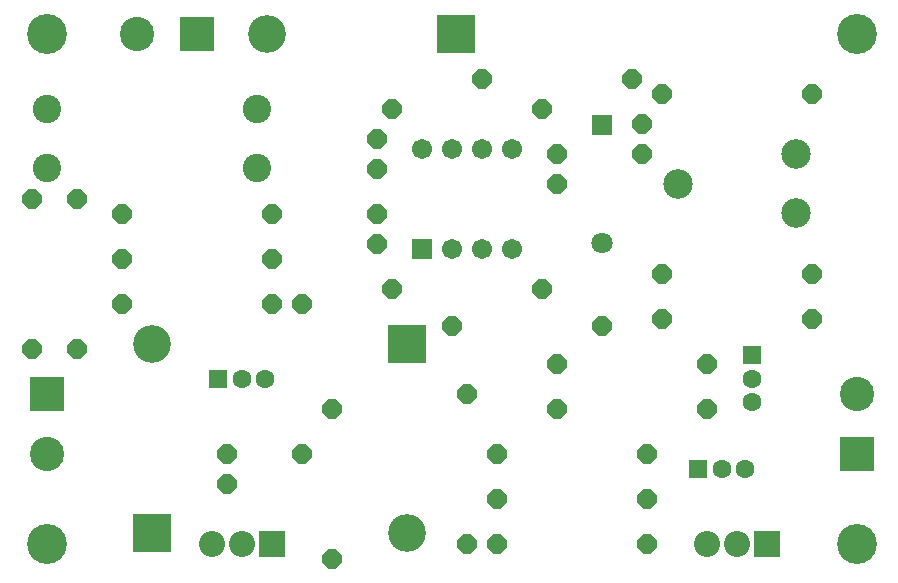
<source format=gts>
G75*
%MOIN*%
%OFA0B0*%
%FSLAX25Y25*%
%IPPOS*%
%LPD*%
%AMOC8*
5,1,8,0,0,1.08239X$1,22.5*
%
%ADD10C,0.13300*%
%ADD11OC8,0.06400*%
%ADD12R,0.12611X0.12611*%
%ADD13C,0.12611*%
%ADD14R,0.07099X0.07099*%
%ADD15C,0.07099*%
%ADD16C,0.09461*%
%ADD17R,0.11430X0.11430*%
%ADD18C,0.11430*%
%ADD19R,0.06312X0.06312*%
%ADD20C,0.06312*%
%ADD21R,0.08674X0.08674*%
%ADD22C,0.08674*%
%ADD23C,0.09855*%
%ADD24R,0.06706X0.06706*%
%ADD25C,0.06706*%
D10*
X0016000Y0016000D03*
X0016000Y0186000D03*
X0286000Y0186000D03*
X0286000Y0016000D03*
D11*
X0236000Y0061000D03*
X0236000Y0076000D03*
X0221000Y0091000D03*
X0201000Y0088500D03*
X0186000Y0076000D03*
X0186000Y0061000D03*
X0166000Y0046000D03*
X0166000Y0031000D03*
X0166000Y0016000D03*
X0156000Y0016000D03*
X0111000Y0011000D03*
X0076000Y0036000D03*
X0076000Y0046000D03*
X0101000Y0046000D03*
X0111000Y0061000D03*
X0151000Y0088500D03*
X0131000Y0101000D03*
X0126000Y0116000D03*
X0126000Y0126000D03*
X0126000Y0141000D03*
X0126000Y0151000D03*
X0131000Y0161000D03*
X0161000Y0171000D03*
X0181000Y0161000D03*
X0186000Y0146000D03*
X0186000Y0136000D03*
X0214500Y0146000D03*
X0214500Y0156000D03*
X0221000Y0166000D03*
X0211000Y0171000D03*
X0271000Y0166000D03*
X0271000Y0106000D03*
X0271000Y0091000D03*
X0221000Y0106000D03*
X0181000Y0101000D03*
X0156000Y0066000D03*
X0101000Y0096000D03*
X0091000Y0096000D03*
X0091000Y0111000D03*
X0091000Y0126000D03*
X0041000Y0126000D03*
X0026000Y0131000D03*
X0011000Y0131000D03*
X0041000Y0111000D03*
X0041000Y0096000D03*
X0026000Y0081000D03*
X0011000Y0081000D03*
X0216000Y0046000D03*
X0216000Y0031000D03*
X0216000Y0016000D03*
D12*
X0136000Y0082496D03*
X0051000Y0019504D03*
X0152496Y0186000D03*
D13*
X0089504Y0186000D03*
X0051000Y0082496D03*
X0136000Y0019504D03*
D14*
X0201000Y0155685D03*
D15*
X0201000Y0116315D03*
D16*
X0086039Y0141157D03*
X0086039Y0160843D03*
X0015961Y0160843D03*
X0015961Y0141157D03*
D17*
X0066000Y0186000D03*
X0016000Y0066000D03*
X0286000Y0046000D03*
D18*
X0286000Y0066000D03*
X0046000Y0186000D03*
X0016000Y0046000D03*
D19*
X0073126Y0071000D03*
X0233126Y0041000D03*
X0251000Y0078874D03*
D20*
X0251000Y0071000D03*
X0251000Y0063126D03*
X0248874Y0041000D03*
X0241000Y0041000D03*
X0088874Y0071000D03*
X0081000Y0071000D03*
D21*
X0091000Y0016000D03*
X0256000Y0016000D03*
D22*
X0246000Y0016000D03*
X0236000Y0016000D03*
X0081000Y0016000D03*
X0071000Y0016000D03*
D23*
X0226315Y0136000D03*
X0265685Y0126157D03*
X0265685Y0145843D03*
D24*
X0141000Y0114268D03*
D25*
X0151000Y0114268D03*
X0161000Y0114268D03*
X0171000Y0114268D03*
X0171000Y0147732D03*
X0161000Y0147732D03*
X0151000Y0147732D03*
X0141000Y0147732D03*
M02*

</source>
